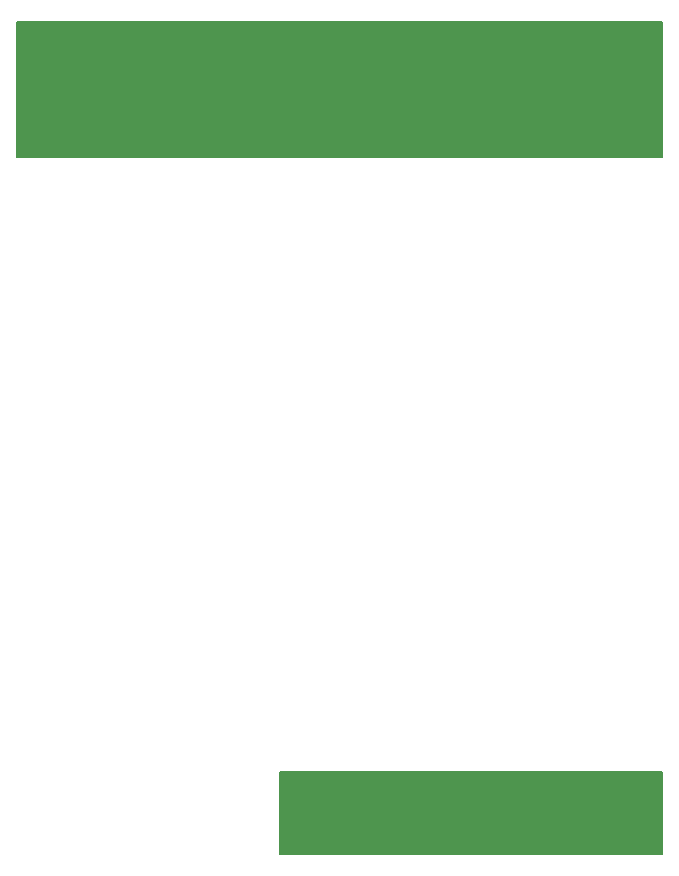
<source format=gbr>
G04 #@! TF.GenerationSoftware,KiCad,Pcbnew,5.1.6-c6e7f7d~87~ubuntu18.04.1*
G04 #@! TF.CreationDate,2020-08-06T18:59:17+02:00*
G04 #@! TF.ProjectId,pcb-business-card,7063622d-6275-4736-996e-6573732d6361,rev?*
G04 #@! TF.SameCoordinates,Original*
G04 #@! TF.FileFunction,Legend,Bot*
G04 #@! TF.FilePolarity,Positive*
%FSLAX46Y46*%
G04 Gerber Fmt 4.6, Leading zero omitted, Abs format (unit mm)*
G04 Created by KiCad (PCBNEW 5.1.6-c6e7f7d~87~ubuntu18.04.1) date 2020-08-06 18:59:17*
%MOMM*%
%LPD*%
G01*
G04 APERTURE LIST*
%ADD10C,0.150000*%
G04 APERTURE END LIST*
D10*
G36*
X177165000Y-84455000D02*
G01*
X122555000Y-84455000D01*
X122555000Y-73025000D01*
X177165000Y-73025000D01*
X177165000Y-84455000D01*
G37*
X177165000Y-84455000D02*
X122555000Y-84455000D01*
X122555000Y-73025000D01*
X177165000Y-73025000D01*
X177165000Y-84455000D01*
G36*
X177165000Y-143510000D02*
G01*
X144780000Y-143510000D01*
X144780000Y-136525000D01*
X177165000Y-136525000D01*
X177165000Y-143510000D01*
G37*
X177165000Y-143510000D02*
X144780000Y-143510000D01*
X144780000Y-136525000D01*
X177165000Y-136525000D01*
X177165000Y-143510000D01*
M02*

</source>
